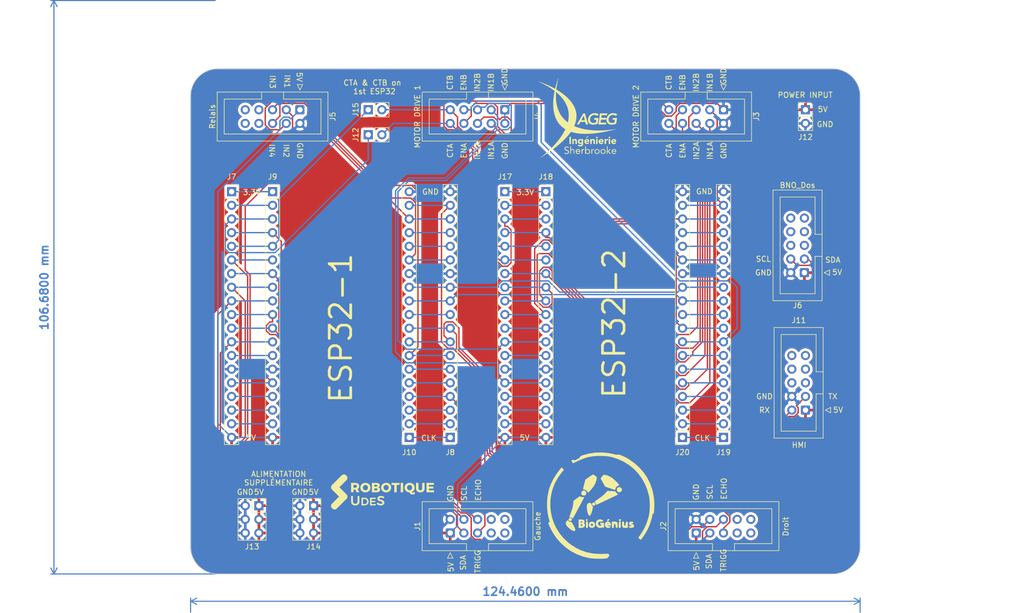
<source format=kicad_pcb>
(kicad_pcb (version 20221018) (generator pcbnew)
  (layers (0 "F.Cu" signal) (31 "B.Cu" signal) (34 "B.Paste" user) (35 "F.Paste" user) (36 "B.SilkS" user "B.Silkscreen") (37 "F.SilkS" user "F.Silkscreen") (38 "B.Mask" user) (39 "F.Mask" user) (44 "Edge.Cuts" user))
  (net 0 "")
  (net 9 "/GND")
  (net 10 "/G22")
  (net 11 "/G23")
  (net 12 "/G21")
  (net 29 "/5V")
  (net 30 "/G26")
  (net 31 "/G27")
  (net 32 "/G36")
  (net 33 "/G39")
  (net 34 "/G33")
  (net 35 "/G34")
  (net 36 "/G35")
  (net 37 "/G1")
  (net 38 "/G5")
  (net 39 "/G18")
  (net 40 "/G19")
  (net 41 "/G25")
  (net 42 "/G14")
  (net 43 "/3.3V")
  (net 44 "/EN")
  (net 45 "/G3")
  (net 46 "/G9")
  (net 47 "/G10")
  (net 48 "/G11")
  (net 49 "/G17")
  (net 50 "/G32")
  (net 51 "/G15")
  (net 52 "/G2")
  (net 53 "/G6")
  (net 54 "/G7")
  (net 55 "/G8")
  (net 56 "/G16")
  (net 57 "/3.3V_2")
  (net 58 "/EN_2")
  (net 59 "/G36_2")
  (net 60 "/G39_2")
  (net 61 "/G34_2")
  (net 62 "/G35_2")
  (net 63 "/G32_2")
  (net 64 "/G33_2")
  (net 65 "/G25_2")
  (net 66 "/G26_2")
  (net 67 "/G27_2")
  (net 68 "/G14_2")
  (net 69 "/A15_2")
  (net 70 "/G9_2")
  (net 71 "/G10_2")
  (net 72 "/G11_2")
  (net 73 "/G6_2")
  (net 74 "/G7_2")
  (net 75 "/G8_2")
  (net 76 "/G15_2")
  (net 77 "/G2_2")
  (net 78 "/G16_2")
  (net 79 "/G17_2")
  (net 80 "/G5_2")
  (net 81 "/G21_2")
  (net 82 "/G3_2")
  (net 83 "/G1_2")
  (net 84 "/G22_2")
  (net 85 "/G23_2")
  (net 86 "/G13_2")
  (net 87 "/G4")
  (net 88 "/G13")
  (net 89 "/G12")
  (net 90 "/G0")
  (net 91 "/G4_2")
  (net 92 "/G0_2")
  (footprint "Connector_IDC:IDC-Header_2x05_P2.54mm_Vertical" (layer "F.Cu") (at 139.7 86.36 -90)
    (fp_text reference "J4")
    (fp_text value "MOTOR DRIVE 1")
  )
  (footprint "Connector_IDC:IDC-Header_2x05_P2.54mm_Vertical" (layer "F.Cu") (at 195.378235 116.668627 180)
    (fp_text reference "J6")
    (fp_text value "BNO_Dos")
  )
  (footprint "Connector_IDC:IDC-Header_2x05_P2.54mm_Vertical" (layer "F.Cu") (at 195.58 142.24 180)
    (fp_text reference "J11")
    (fp_text value "HMI")
  )
  (footprint "Connector_PinSocket_2.54mm:PinSocket_1x19_P2.54mm_Vertical" (layer "F.Cu") (at 139.7 101.6)
    (fp_text reference "J17")
    (fp_text value "Conn_01x19")
  )
  (footprint "Connector_IDC:IDC-Header_2x05_P2.54mm_Vertical" (layer "F.Cu") (at 175.26 165.1 90)
    (fp_text reference "J2")
    (fp_text value "Droit")
  )
  (footprint "LOGO" (layer "F.Cu") (at 116.84 157.48)
    (fp_text reference "G***" hide)
    (fp_text value "LOGO" hide)
  )
  (footprint "Connector_PinSocket_2.54mm:PinSocket_1x19_P2.54mm_Vertical" (layer "F.Cu") (at 180.34 147.32 180)
    (fp_text reference "J19")
    (fp_text value "Conn_01x19")
  )
  (footprint "Connector_PinHeader_2.54mm:PinHeader_1x02_P2.54mm_Vertical" (layer "F.Cu") (at 195.58 86.36)
    (fp_text reference "J12")
    (fp_text value "Conn_01x02")
  )
  (footprint "Connector_IDC:IDC-Header_2x05_P2.54mm_Vertical" (layer "F.Cu") (at 101.6 86.36 -90)
    (fp_text reference "J5")
    (fp_text value "Relais")
  )
  (footprint "Connector_IDC:IDC-Header_2x05_P2.54mm_Vertical" (layer "F.Cu") (at 129.54 165.1 90)
    (fp_text reference "J1")
    (fp_text value "Gauche")
  )
  (footprint "Connector_PinHeader_2.54mm:PinHeader_1x02_P2.54mm_Vertical" (layer "F.Cu") (at 114.3 86.36 90)
    (fp_text reference "J15")
    (fp_text value "Conn_01x02")
  )
  (footprint "Connector_PinSocket_2.54mm:PinSocket_1x19_P2.54mm_Vertical" (layer "F.Cu") (at 96.52 101.6)
    (fp_text reference "J9")
    (fp_text value "Conn_01x19")
  )
  (footprint "Connector_PinHeader_2.54mm:PinHeader_1x02_P2.54mm_Vertical" (layer "F.Cu") (at 114.3 91.01 90)
    (fp_text reference "J12")
    (fp_text value "Conn_01x02")
  )
  (footprint "Connector_IDC:IDC-Header_2x05_P2.54mm_Vertical" (layer "F.Cu") (at 180.34 86.36 -90)
    (fp_text reference "J3")
    (fp_text value "MOTOR DRIVE 2")
  )
  (footprint "LOGO" (layer "F.Cu") (at 157.48 160.02)
    (fp_text reference "G***" hide)
    (fp_text value "LOGO" hide)
  )
  (footprint "Connector_PinSocket_2.54mm:PinSocket_1x19_P2.54mm_Vertical" (layer "F.Cu") (at 88.9 101.6)
    (fp_text reference "J7")
    (fp_text value "Conn_01x19" hide)
  )
  (footprint "Connector_PinSocket_2.54mm:PinSocket_1x19_P2.54mm_Vertical" (layer "F.Cu") (at 129.54 147.32 180)
    (fp_text reference "J8")
    (fp_text value "Conn_01x19")
  )
  (footprint "Connector_PinSocket_2.54mm:PinSocket_1x19_P2.54mm_Vertical" (layer "F.Cu") (at 172.72 147.32 180)
    (fp_text reference "J20")
    (fp_text value "Conn_01x19")
  )
  (footprint "Connector_PinSocket_2.54mm:PinSocket_2x03_P2.54mm_Vertical" (layer "F.Cu") (at 104.14 160.02)
    (fp_text reference "J14")
    (fp_text value "Conn_02x03_Counter_Clockwise")
  )
  (footprint "LOGO" (layer "F.Cu") (at 153.155008 87.864956)
    (fp_text reference "G***" hide)
    (fp_text value "LOGO" hide)
  )
  (footprint "Connector_PinSocket_2.54mm:PinSocket_1x19_P2.54mm_Vertical" (layer "F.Cu") (at 147.32 101.6)
    (fp_text reference "J18")
    (fp_text value "Conn_01x19")
  )
  (footprint "Connector_PinSocket_2.54mm:PinSocket_1x19_P2.54mm_Vertical" (layer "F.Cu") (at 121.92 147.32 180)
    (fp_text reference "J10")
    (fp_text value "Conn_01x19")
  )
  (footprint "Connector_PinSocket_2.54mm:PinSocket_2x03_P2.54mm_Vertical" (layer "F.Cu") (at 93.98 160.02)
    (fp_text reference "J13")
    (fp_text value "Conn_02x03_Counter_Clockwise" hide)
  )
  (gr_line (start 205.74 83.82) (end 205.74 167.64) (stroke (width 0.1)) (layer "Edge.Cuts"))
  (gr_line (start 200.66 78.74) (end 86.36 78.74) (stroke (width 0.1)) (layer "Edge.Cuts"))
  (gr_line (start 81.28 83.82) (end 81.28 167.64) (stroke (width 0.1)) (layer "Edge.Cuts"))
  (gr_arc (start 81.28 83.82) (mid 82.767898 80.227898) (end 86.36 78.74) (stroke (width 0.1)) (layer "Edge.Cuts"))
  (gr_line (start 86.36 172.72) (end 200.66 172.719999) (stroke (width 0.1)) (layer "Edge.Cuts"))
  (gr_arc (start 205.74 167.64) (mid 204.252103 171.232102) (end 200.660001 172.719999) (stroke (width 0.1)) (layer "Edge.Cuts"))
  (gr_arc (start 200.66 78.74) (mid 204.252102 80.227898) (end 205.74 83.82) (stroke (width 0.1)) (layer "Edge.Cuts"))
  (gr_arc (start 86.36 172.72) (mid 82.767898 171.232102) (end 81.28 167.64) (stroke (width 0.1)) (layer "Edge.Cuts"))
  (gr_text "CTB" (at 129.502643 81.28 90) (layer "F.SilkS") (effects (font (size 1 1))))
  (gr_text "3.3V\n" (at 92.637927 101.724941) (layer "F.SilkS") (effects (font (size 1 1))))
  (gr_text "5V\n" (at 92.512986 147.374451) (layer "F.SilkS") (effects (font (size 1 1))))
  (gr_text "GND" (at 101.6 93.98 -90) (layer "F.SilkS") (effects (font (size 1 1))))
  (gr_text "IN2A" (at 175.297357 93.98 90) (layer "F.SilkS") (effects (font (size 1 1))))
  (gr_text "5V\n" (at 129.659032 171.440396 90) (layer "F.SilkS") (effects (font (size 1 1))))
  (gr_text "IN2B" (at 134.582643 81.28 90) (layer "F.SilkS") (effects (font (size 1 1))))
  (gr_text "GND\n" (at 125.862576 101.6242) (layer "F.SilkS") (effects (font (size 1 1))))
  (gr_text "ESP32-1" (at 109.22 127 90) (layer "F.SilkS") (effects (font (size 4 4) (thickness 0.5))))
  (gr_text "TX\n" (at 200.66 139.7) (layer "F.SilkS") (effects (font (size 1 1))))
  (gr_text "SCL" (at 132.117356 157.729882 90) (layer "F.SilkS") (effects (font (size 1 1))))
  (gr_text "POWER INPUT" (at 195.534704 83.617687) (layer "F.SilkS") (effects (font (size 1 1))))
  (gr_text "GND" (at 139.7 93.98 90) (layer "F.SilkS") (effects (font (size 1 1))))
  (gr_text "IN1A" (at 137.16 93.98 90) (layer "F.SilkS") (effects (font (size 1 1))))
  (gr_text "5V\n" (at 201.468749 116.586951) (layer "F.SilkS") (effects (font (size 1 1))))
  (gr_text "GND" (at 180.377357 93.98 90) (layer "F.SilkS") (effects (font (size 1 1))))
  (gr_text "IN2" (at 99.06 93.98 270) (layer "F.SilkS") (effects (font (size 1 1))))
  (gr_text "GND" (at 91.44 157.48) (layer "F.SilkS") (effects (font (size 1 1))))
  (gr_text "GND" (at 175.26 157.48 90) (layer "F.SilkS") (effects (font (size 1 1))))
  (gr_text "CTA\n" (at 129.54 93.98 90) (layer "F.SilkS") (effects (font (size 1 1))))
  (gr_text "IN4" (at 96.380704 93.97198 270) (layer "F.SilkS") (effects (font (size 1 1))))
  (gr_text "GND" (at 139.662643 80.11204 90) (layer "F.SilkS") (effects (font (size 1 1))))
  (gr_text "GND" (at 199.221124 89.070459) (layer "F.SilkS") (effects (font (size 1 1))))
  (gr_text "IN1B" (at 177.8 81.28 90) (layer "F.SilkS") (effects (font (size 1 1))))
  (gr_text "ENB" (at 172.72 81.28 90) (layer "F.SilkS") (effects (font (size 1 1))))
  (gr_text "ENA\n" (at 172.757357 93.98 90) (layer "F.SilkS") (effects (font (size 1 1))))
  (gr_text "IN2A" (at 134.62 93.98 90) (layer "F.SilkS") (effects (font (size 1 1))))
  (gr_text "ENA\n" (at 132.08 93.98 90) (layer "F.SilkS") (effects (font (size 1 1))))
  (gr_text "ECHO\n" (at 180.432863 156.842624 90) (layer "F.SilkS") (effects (font (size 1 1))))
  (gr_text "ECHO\n" (at 134.750219 157.092506 90) (layer "F.SilkS") (effects (font (size 1 1))))
  (gr_text "RX" (at 187.96 142.24) (layer "F.SilkS") (effects (font (size 1 1))))
  (gr_text "CTA & CTB on \n1st ESP32\n" (at 115.451494 82.144884) (layer "F.SilkS") (effects (font (size 1 1))))
  (gr_text "GND" (at 187.758235 116.668627) (layer "F.SilkS") (effects (font (size 1 1))))
  (gr_text "5V\n" (at 101.518324 80.269486 -90) (layer "F.SilkS") (effects (font (size 1 1))))
  (gr_text "TRIGG\n" (at 180.34 170.18 90) (layer "F.SilkS") (effects (font (size 1 1))))
  (gr_text "CTB" (at 170.18 81.28 90) (layer "F.SilkS") (effects (font (size 1 1))))
  (gr_text "3.3V\n" (at 143.487626 101.719704) (layer "F.SilkS") (effects (font (size 1 1))))
  (gr_text "SDA" (at 177.628627 170.381765 90) (layer "F.SilkS") (effects (font (size 1 1))))
  (gr_text "ALIMENTATION\nSUPPLÉMENTAIRE" (at 97.649684 154.94) (layer "F.SilkS") (effects (font (size 1 1))))
  (gr_text "SCL\n" (at 187.758235 114.128627) (layer "F.SilkS") (effects (font (size 1 1))))
  (gr_text "IN3" (at 96.516832 81.148724 270) (layer "F.SilkS") (effects (font (size 1 1))))
  (gr_text "SCL" (at 177.8 157.48 90) (layer "F.SilkS") (effects (font (size 1 1))))
  (gr_text "IN1B" (at 137.122643 81.28 90) (layer "F.SilkS") (effects (font (size 1 1))))
  (gr_text "SDA" (at 131.945983 170.631647 90) (layer "F.SilkS") (effects (font (size 1 1))))
  (gr_text "GND" (at 180.34 80.11204 90) (layer "F.SilkS") (effects (font (size 1 1))))
  (gr_text "ESP32-2\n" (at 160.02 126.133604 90) (layer "F.SilkS") (effects (font (size 4 4) (thickness 0.5))))
  (gr_text "GND\n" (at 176.783577 101.562643) (layer "F.SilkS") (effects (font (size 1 1))))
  (gr_text "TRIGG\n" (at 134.657356 170.429882 90) (layer "F.SilkS") (effects (font (size 1 1))))
  (gr_text "5V\n" (at 201.648141 142.204756) (layer "F.SilkS") (effects (font (size 1 1))))
  (gr_text "IN1" (at 99.231373 81.078235 270) (layer "F.SilkS") (effects (font (size 1 1))))
  (gr_text "IN1A" (at 177.837357 93.98 90) (layer "F.SilkS") (effects (font (size 1 1))))
  (gr_text "5V\n" (at 198.790853 86.285519) (layer "F.SilkS") (effects (font (size 1 1))))
  (gr_text "CLK\n" (at 125.567175 147.432069) (layer "F.SilkS") (effects (font (size 1 1))))
  (gr_text "SDA\n" (at 200.66 114.3) (layer "F.SilkS") (effects (font (size 1 1))))
  (gr_text "5V\n" (at 93.98 157.48) (layer "F.SilkS") (effects (font (size 1 1))))
  (gr_text "IN2B" (at 175.26 81.28 90) (layer "F.SilkS") (effects (font (size 1 1))))
  (gr_text "CTA\n" (at 170.217357 93.98 90) (layer "F.SilkS") (effects (font (size 1 1))))
  (gr_text "5V\n" (at 104.14 157.48) (layer "F.SilkS") (effects (font (size 1 1))))
  (gr_text "GND" (at 129.577356 157.729882 90) (layer "F.SilkS") (effects (font (size 1 1))))
  (gr_text "5V\n" (at 143.362685 147.369214) (layer "F.SilkS") (effects (font (size 1 1))))
  (gr_text "GND" (at 101.6 157.48) (layer "F.SilkS") (effects (font (size 1 1))))
  (gr_text "ENB" (at 132.042643 81.28 90) (layer "F.SilkS") (effects (font (size 1 1))))
  (gr_text "CLK\n" (at 176.416874 147.426832) (layer "F.SilkS") (effects (font (size 1 1))))
  (gr_text "5V\n" (at 175.341676 171.190514 90) (layer "F.SilkS") (effects (font (size 1 1))))
  (gr_text "GND" (at 187.96 139.7) (layer "F.SilkS") (effects (font (size 1 1))))
  (dimension (type aligned) (layer "B.Cu") (pts (xy 86.36 172.72) (xy 86.36 66.04)) (height -30.48) (gr_text "106,6800 mm" (at 54.08 119.38 90) (layer "B.Cu") (effects (font (size 1.5 1.5) (thickness 0.3)))) (format (prefix "") (suffix "") (units 3) (units_format 1) (precision 4)) (style (thickness 0.2) (arrow_length 1.27) (text_position_mode 0) (extension_height 0.58642) (extension_offset 0.5) keep_text_aligned))
  (dimension (type aligned) (layer "B.Cu") (pts (xy 120.17 149.12) (xy 98.27 149.1)) (height 2.143261) (gr_text "21,9000 mm" (at 108.43 149.56965 -0.05232489825) (layer "B.Cu") (effects (font (size 1.5 1.5) (thickness 0.3)))) (format (prefix "") (suffix "") (units 3) (units_format 1) (precision 4)) (style (thickness 0.2) (arrow_length 1.27) (text_position_mode 2) (extension_height 0.58642) (extension_offset 0.5) keep_text_aligned))
  (dimension (type aligned) (layer "B.Cu") (pts (xy 81.28 180.34) (xy 205.74 180.34)) (height -2.54) (gr_text "124,4600 mm" (at 143.51 176) (layer "B.Cu") (effects (font (size 1.5 1.5) (thickness 0.3)))) (format (prefix "") (suffix "") (units 3) (units_format 1) (precision 4)) (style (thickness 0.2) (arrow_length 1.27) (text_position_mode 0) (extension_height 0.58642) (extension_offset 0.5) keep_text_aligned))
  (dimension (type aligned) (layer "B.Cu") (pts (xy 170.997351 147.871813) (xy 149.097351 147.851813)) (height 2.143261) (gr_text "21,9000 mm" (at 159.257351 148.321463 -0.05232489825) (layer "B.Cu") (effects (font (size 1.5 1.5) (thickness 0.3)))) (format (prefix "") (suffix "") (units 3) (units_format 1) (precision 4)) (style (thickness 0.2) (arrow_length 1.27) (text_position_mode 2) (extension_height 0.58642) (extension_offset 0.5) keep_text_aligned))
  (segment (start 171.545 86.656701) (end 171.545 85.873299) (width 0.25) (layer "F.Cu") (net 9))
  (segment (start 172.233299 85.185) (end 179.165 85.185) (width 0.25) (layer "F.Cu") (net 9))
  (segment (start 169.693299 87.535) (end 170.666701 87.535) (width 0.25) (layer "F.Cu") (net 9))
  (segment (start 179.165 85.185) (end 180.34 86.36) (width 0.25) (layer "F.Cu") (net 9))
  (segment (start 140.875 85.185) (end 167.343299 85.185) (width 0.25) (layer "F.Cu") (net 9))
  (segment (start 171.545 85.873299) (end 172.233299 85.185) (width 0.25) (layer "F.Cu") (net 9))
  (segment (start 167.343299 85.185) (end 169.693299 87.535) (width 0.25) (layer "F.Cu") (net 9))
  (segment (start 139.7 86.36) (end 140.875 85.185) (width 0.25) (layer "F.Cu") (net 9))
  (segment (start 170.666701 87.535) (end 171.545 86.656701) (width 0.25) (layer "F.Cu") (net 9))
  (segment (start 139.7 86.36) (end 139.7 88.9) (width 0.25) (layer "B.Cu") (net 9))
  (segment (start 88.9 134.62) (end 96.52 134.62) (width 0.25) (layer "B.Cu") (net 9))
  (segment (start 172.72 116.84) (end 180.34 116.84) (width 0.25) (layer "B.Cu") (net 9))
  (segment (start 172.72 101.6) (end 180.34 101.6) (width 0.25) (layer "B.Cu") (net 9))
  (segment (start 121.92 116.84) (end 129.54 116.84) (width 0.25) (layer "B.Cu") (net 9))
  (segment (start 139.7 134.62) (end 147.32 134.62) (width 0.25) (layer "B.Cu") (net 9))
  (segment (start 121.92 101.6) (end 129.54 101.6) (width 0.25) (layer "B.Cu") (net 9))
  (segment (start 104.14 88.976827) (end 104.216827 88.976827) (width 0.25) (layer "F.Cu") (net 10))
  (segment (start 98.145 85.185) (end 102.438173 85.185) (width 0.25) (layer "F.Cu") (net 10))
  (segment (start 104.216827 88.976827) (end 121.92 106.68) (width 0.25) (layer "F.Cu") (net 10))
  (segment (start 104.14 86.886827) (end 104.14 88.976827) (width 0.25) (layer "F.Cu") (net 10))
  (segment (start 97.885 87.535) (end 97.885 85.445) (width 0.25) (layer "F.Cu") (net 10))
  (segment (start 97.885 85.445) (end 98.145 85.185) (width 0.25) (layer "F.Cu") (net 10))
  (segment (start 102.438173 85.185) (end 104.14 86.886827) (width 0.25) (layer "F.Cu") (net 10))
  (segment (start 96.52 88.9) (end 97.885 87.535) (width 0.25) (layer "F.Cu") (net 10))
  (segment (start 129.54 106.68) (end 121.92 106.68) (width 0.25) (layer "B.Cu") (net 10))
  (segment (start 130.026701 130.715) (end 136.435 137.123299) (width 0.25) (layer "F.Cu") (net 11))
  (segment (start 181.515 163.046701) (end 180.34 164.221701) (width 0.25) (layer "F.Cu") (net 11))
  (segment (start 136.435 137.123299) (end 136.435 150.407792) (width 0.25) (layer "F.Cu") (net 11))
  (segment (start 129.54 104.14) (end 127.915 105.765) (width 0.25) (layer "F.Cu") (net 11))
  (segment (start 180.34 164.221701) (end 180.34 165.1) (width 0.25) (layer "F.Cu") (net 11))
  (segment (start 181.515 162.073299) (end 181.515 163.046701) (width 0.25) (layer "F.Cu") (net 11))
  (segment (start 136.435 150.407792) (end 139.327208 153.3) (width 0.25) (layer "F.Cu") (net 11))
  (segment (start 129.053299 130.715) (end 130.026701 130.715) (width 0.25) (layer "F.Cu") (net 11))
  (segment (start 139.327208 153.3) (end 172.741701 153.3) (width 0.25) (layer "F.Cu") (net 11))
  (segment (start 172.741701 153.3) (end 181.515 162.073299) (width 0.25) (layer "F.Cu") (net 11))
  (segment (start 127.915 105.765) (end 127.915 129.576701) (width 0.25) (layer "F.Cu") (net 11))
  (segment (start 127.915 129.576701) (end 129.053299 130.715) (width 0.25) (layer "F.Cu") (net 11))
  (segment (start 121.92 104.14) (end 129.54 104.14) (width 0.25) (layer "B.Cu") (net 11))
  (segment (start 102.624569 84.735) (end 104.59 86.700431) (width 0.25) (layer "F.Cu") (net 12))
  (segment (start 104.59 86.700431) (end 104.59 88.713604) (width 0.25) (layer "F.Cu") (net 12))
  (segment (start 118.651396 102.775) (end 122.216701 102.775) (width 0.25) (layer "F.Cu") (net 12))
  (segment (start 96.52 86.173604) (end 97.958604 84.735) (width 0.25) (layer "F.Cu") (net 12))
  (segment (start 104.59 88.713604) (end 118.651396 102.775) (width 0.25) (layer "F.Cu") (net 12))
  (segment (start 97.958604 84.735) (end 102.624569 84.735) (width 0.25) (layer "F.Cu") (net 12))
  (segment (start 123.095 113.125) (end 121.92 114.3) (width 0.25) (layer "F.Cu") (net 12))
  (segment (start 123.095 103.653299) (end 123.095 113.125) (width 0.25) (layer "F.Cu") (net 12))
  (segment (start 96.52 86.36) (end 96.52 86.173604) (width 0.25) (layer "F.Cu") (net 12))
  (segment (start 122.216701 102.775) (end 123.095 103.653299) (width 0.25) (layer "F.Cu") (net 12))
  (segment (start 129.54 114.3) (end 121.92 114.3) (width 0.25) (layer "B.Cu") (net 12))
  (segment (start 97.885 90.075) (end 86.36 101.6) (width 0.25) (layer "B.Cu") (net 29))
  (segment (start 101.6 86.36) (end 99.89085 88.06915) (width 0.25) (layer "B.Cu") (net 29))
  (segment (start 97.885 88.413299) (end 97.885 90.075) (width 0.25) (layer "B.Cu") (net 29))
  (segment (start 98.573299 87.725) (end 97.885 88.413299) (width 0.25) (layer "B.Cu") (net 29))
  (segment (start 86.36 144.78) (end 88.9 147.32) (width 0.25) (layer "B.Cu") (net 29))
  (segment (start 99.546701 87.725) (end 98.573299 87.725) (width 0.25) (layer "B.Cu") (net 29))
  (segment (start 147.32 147.32) (end 139.7 147.32) (width 0.25) (layer "B.Cu") (net 29))
  (segment (start 88.9 147.32) (end 96.52 147.32) (width 0.25) (layer "B.Cu") (net 29))
  (segment (start 130.905 156.115) (end 139.7 147.32) (width 0.25) (layer "B.Cu") (net 29))
  (segment (start 86.36 101.6) (end 86.36 144.78) (width 0.25) (layer "B.Cu") (net 29))
  (segment (start 129.54 165.1) (end 130.905 163.735) (width 0.25) (layer "B.Cu") (net 29))
  (segment (start 99.89085 88.06915) (end 99.546701 87.725) (width 0.25) (layer "B.Cu") (net 29))
  (segment (start 130.905 163.735) (end 130.905 156.115) (width 0.25) (layer "B.Cu") (net 29))
  (segment (start 95.345 126.513299) (end 96.033299 125.825) (width 0.25) (layer "F.Cu") (net 30))
  (segment (start 96.52 125.825) (end 96.52 124.46) (width 0.25) (layer "F.Cu") (net 30))
  (segment (start 96.033299 128.175) (end 95.345 127.486701) (width 0.25) (layer "F.Cu") (net 30))
  (segment (start 130.715 161.831396) (end 97.032652 128.149048) (width 0.25) (layer "F.Cu") (net 30))
  (segment (start 95.345 127.486701) (end 95.345 126.513299) (width 0.25) (layer "F.Cu") (net 30))
  (segment (start 132.08 165.1) (end 130.715 163.735) (width 0.25) (layer "F.Cu") (net 30))
  (segment (start 130.715 163.735) (end 130.715 161.831396) (width 0.25) (layer "F.Cu") (net 30))
  (segment (start 97.006701 128.175) (end 96.033299 128.175) (width 0.25) (layer "F.Cu") (net 30))
  (segment (start 97.032652 128.149048) (end 97.006701 128.175) (width 0.25) (layer "F.Cu") (net 30))
  (segment (start 96.033299 125.825) (end 96.52 125.825) (width 0.25) (layer "F.Cu") (net 30))
  (segment (start 88.9 124.46) (end 96.52 124.46) (width 0.25) (layer "B.Cu") (net 30))
  (segment (start 132.08 162.56) (end 96.52 127) (width 0.25) (layer "F.Cu") (net 31))
  (segment (start 88.9 127) (end 96.52 127) (width 0.25) (layer "B.Cu") (net 31))
  (segment (start 114.3 91.01) (end 114.3 95.641701) (width 0.25) (layer "B.Cu") (net 32))
  (segment (start 97.006701 112.935) (end 88.413299 112.935) (width 0.25) (layer "B.Cu") (net 32))
  (segment (start 87.725 107.855) (end 88.9 106.68) (width 0.25) (layer "B.Cu") (net 32))
  (segment (start 87.725 112.246701) (end 87.725 107.855) (width 0.25) (layer "B.Cu") (net 32))
  (segment (start 88.9 106.68) (end 96.52 106.68) (width 0.25) (layer "B.Cu") (net 32))
  (segment (start 114.3 95.641701) (end 97.006701 112.935) (width 0.25) (layer "B.Cu") (net 32))
  (segment (start 88.413299 112.935) (end 87.725 112.246701) (width 0.25) (layer "B.Cu") (net 32))
  (segment (start 134.62 162.56) (end 133.895 162.56) (width 0.25) (layer "F.Cu") (net 33))
  (segment (start 133.895 162.076903) (end 132.753097 160.935) (width 0.25) (layer "F.Cu") (net 33))
  (segment (start 133.895 162.56) (end 133.895 162.076903) (width 0.25) (layer "F.Cu") (net 33))
  (segment (start 131.727792 160.935) (end 98.145 127.352208) (width 0.25) (layer "F.Cu") (net 33))
  (segment (start 98.145 127.352208) (end 98.145 110.845) (width 0.25) (layer "F.Cu") (net 33))
  (segment (start 98.145 110.845) (end 96.52 109.22) (width 0.25) (layer "F.Cu") (net 33))
  (segment (start 132.753097 160.935) (end 131.727792 160.935) (width 0.25) (layer "F.Cu") (net 33))
  (segment (start 88.9 109.22) (end 96.52 109.22) (width 0.25) (layer "B.Cu") (net 33))
  (segment (start 177.8 165.1) (end 176.885 166.015) (width 0.25) (layer "F.Cu") (net 34))
  (segment (start 176.885 166.651396) (end 174.256396 169.28) (width 0.25) (layer "F.Cu") (net 34))
  (segment (start 91.44 121.92) (end 88.9 119.38) (width 0.25) (layer "F.Cu") (net 34))
  (segment (start 174.256396 169.28) (end 91.44 169.28) (width 0.25) (layer "F.Cu") (net 34))
  (segment (start 91.44 147.32) (end 91.44 121.92) (width 0.25) (layer "F.Cu") (net 34))
  (segment (start 91.44 169.28) (end 87.26 165.1) (width 0.25) (layer "F.Cu") (net 34))
  (segment (start 176.885 166.015) (end 176.885 166.651396) (width 0.25) (layer "F.Cu") (net 34))
  (segment (start 87.26 151.5) (end 91.44 147.32) (width 0.25) (layer "F.Cu") (net 34))
  (segment (start 87.26 165.1) (end 87.26 151.5) (width 0.25) (layer "F.Cu") (net 34))
  (segment (start 88.9 119.38) (end 96.52 119.38) (width 0.25) (layer "B.Cu") (net 34))
  (segment (start 114.3 86.36) (end 97.695 102.965) (width 0.25) (layer "B.Cu") (net 35))
  (segment (start 88.9 111.76) (end 96.52 111.76) (width 0.25) (layer "B.Cu") (net 35))
  (segment (start 97.695 102.965) (end 97.695 110.585) (width 0.25) (layer "B.Cu") (net 35))
  (segment (start 97.695 110.585) (end 96.52 111.76) (width 0.25) (layer "B.Cu") (net 35))
  (segment (start 91.89 117.29) (end 88.9 114.3) (width 0.25) (layer "F.Cu") (net 36))
  (segment (start 87.71 151.686396) (end 91.89 147.506396) (width 0.25) (layer "F.Cu") (net 36))
  (segment (start 176.435 166.465) (end 174.07 168.83) (width 0.25) (layer "F.Cu") (net 36))
  (segment (start 177.313299 163.925) (end 176.435 164.803299) (width 0.25) (layer "F.Cu") (net 36))
  (segment (start 176.435 164.803299) (end 176.435 166.465) (width 0.25) (layer "F.Cu") (net 36))
  (segment (start 91.89 147.506396) (end 91.89 117.29) (width 0.25) (layer "F.Cu") (net 36))
  (segment (start 178.975 163.925) (end 177.313299 163.925) (width 0.25) (layer "F.Cu") (net 36))
  (segment (start 180.34 162.56) (end 178.975 163.925) (width 0.25) (layer "F.Cu") (net 36))
  (segment (start 91.626396 168.83) (end 87.71 164.913604) (width 0.25) (layer "F.Cu") (net 36))
  (segment (start 87.71 164.913604) (end 87.71 151.686396) (width 0.25) (layer "F.Cu") (net 36))
  (segment (start 174.07 168.83) (end 91.626396 168.83) (width 0.25) (layer "F.Cu") (net 36))
  (segment (start 88.9 114.3) (end 96.52 114.3) (width 0.25) (layer "B.Cu") (net 36))
  (segment (start 129.54 109.22) (end 121.92 109.22) (width 0.25) (layer "B.Cu") (net 37))
  (segment (start 121.92 124.46) (end 129.54 124.46) (width 0.25) (layer "B.Cu") (net 38))
  (segment (start 171.545 120.745) (end 172.72 121.92) (width 0.25) (layer "B.Cu") (net 39))
  (segment (start 129.54 121.92) (end 130.715 120.745) (width 0.25) (layer "B.Cu") (net 39))
  (segment (start 130.715 120.745) (end 171.545 120.745) (width 0.25) (layer "B.Cu") (net 39))
  (segment (start 180.34 121.92) (end 172.72 121.92) (width 0.25) (layer "B.Cu") (net 39))
  (segment (start 121.92 121.92) (end 129.54 121.92) (width 0.25) (layer "B.Cu") (net 39))
  (segment (start 149.896701 120.295) (end 171.731396 120.295) (width 0.25) (layer "B.Cu") (net 40))
  (segment (start 129.54 119.38) (end 138.525 119.38) (width 0.25) (layer "B.Cu") (net 40))
  (segment (start 139.213299 118.205) (end 147.806701 118.205) (width 0.25) (layer "B.Cu") (net 40))
  (segment (start 121.92 119.38) (end 129.54 119.38) (width 0.25) (layer "B.Cu") (net 40))
  (segment (start 171.731396 120.295) (end 171.768198 120.331802) (width 0.25) (layer "B.Cu") (net 40))
  (segment (start 172.72 119.38) (end 180.34 119.38) (width 0.25) (layer "B.Cu") (net 40))
  (segment (start 138.525 119.38) (end 138.525 118.893299) (width 0.25) (layer "B.Cu") (net 40))
  (segment (start 138.525 118.893299) (end 139.213299 118.205) (width 0.25) (layer "B.Cu") (net 40))
  (segment (start 147.806701 118.205) (end 149.896701 120.295) (width 0.25) (layer "B.Cu") (net 40))
  (segment (start 171.768198 120.331802) (end 172.72 119.38) (width 0.25) (layer "B.Cu") (net 40))
  (segment (start 193.676396 170.18) (end 90.803604 170.18) (width 0.25) (layer "F.Cu") (net 41))
  (segment (start 86.36 124.46) (end 88.9 121.92) (width 0.25) (layer "F.Cu") (net 41))
  (segment (start 200.66 163.196396) (end 193.676396 170.18) (width 0.25) (layer "F.Cu") (net 41))
  (segment (start 200.66 118.743604) (end 200.66 163.196396) (width 0.25) (layer "F.Cu") (net 41))
  (segment (start 86.36 165.736396) (end 86.36 124.46) (width 0.25) (layer "F.Cu") (net 41))
  (segment (start 90.803604 170.18) (end 86.36 165.736396) (width 0.25) (layer "F.Cu") (net 41))
  (segment (start 196.045023 114.128627) (end 200.66 118.743604) (width 0.25) (layer "F.Cu") (net 41))
  (segment (start 195.378235 114.128627) (end 196.045023 114.128627) (width 0.25) (layer "F.Cu") (net 41))
  (segment (start 88.9 121.92) (end 96.52 121.92) (width 0.25) (layer "B.Cu") (net 41))
  (segment (start 194.013235 115.303627) (end 196.583627 115.303627) (width 0.25) (layer "F.Cu") (net 42))
  (segment (start 192.838235 114.128627) (end 194.013235 115.303627) (width 0.25) (layer "F.Cu") (net 42))
  (segment (start 86.81 165.55) (end 86.81 131.63) (width 0.25) (layer "F.Cu") (net 42))
  (segment (start 193.49 169.73) (end 90.99 169.73) (width 0.25) (layer "F.Cu") (net 42))
  (segment (start 200.21 118.93) (end 200.21 163.01) (width 0.25) (layer "F.Cu") (net 42))
  (segment (start 86.81 131.63) (end 88.9 129.54) (width 0.25) (layer "F.Cu") (net 42))
  (segment (start 196.583627 115.303627) (end 200.21 118.93) (width 0.25) (layer "F.Cu") (net 42))
  (segment (start 200.21 163.01) (end 193.49 169.73) (width 0.25) (layer "F.Cu") (net 42))
  (segment (start 90.99 169.73) (end 86.81 165.55) (width 0.25) (layer "F.Cu") (net 42))
  (segment (start 88.9 129.54) (end 96.52 129.54) (width 0.25) (layer "B.Cu") (net 42))
  (segment (start 88.9 101.6) (end 96.52 101.6) (width 0.25) (layer "B.Cu") (net 43))
  (segment (start 88.9 104.14) (end 96.52 104.14) (width 0.25) (layer "B.Cu") (net 44))
  (segment (start 121.92 111.76) (end 129.54 111.76) (width 0.25) (layer "B.Cu") (net 45))
  (segment (start 88.9 139.7) (end 96.52 139.7) (width 0.25) (layer "B.Cu") (net 46))
  (segment (start 96.52 142.24) (end 88.9 142.24) (width 0.25) (layer "B.Cu") (net 47))
  (segment (start 88.9 144.78) (end 96.52 144.78) (width 0.25) (layer "B.Cu") (net 48))
  (segment (start 194.215 141.753299) (end 194.215 142.726701) (width 0.25) (layer "F.Cu") (net 49))
  (segment (start 193.526701 143.415) (end 192.501396 143.415) (width 0.25) (layer "F.Cu") (net 49))
  (segment (start 194.215 142.726701) (end 193.526701 143.415) (width 0.25) (layer "F.Cu") (net 49))
  (segment (start 183.066396 152.85) (end 139.513604 152.85) (width 0.25) (layer "F.Cu") (net 49))
  (segment (start 193.87085 141.40915) (end 194.215 141.753299) (width 0.25) (layer "F.Cu") (net 49))
  (segment (start 139.513604 152.85) (end 136.885 150.221396) (width 0.25) (layer "F.Cu") (net 49))
  (segment (start 136.885 150.221396) (end 136.885 136.885) (width 0.25) (layer "F.Cu") (net 49))
  (segment (start 195.58 139.7) (end 193.87085 141.40915) (width 0.25) (layer "F.Cu") (net 49))
  (segment (start 130.715 130.715) (end 130.715 128.175) (width 0.25) (layer "F.Cu") (net 49))
  (segment (start 136.885 136.885) (end 130.715 130.715) (width 0.25) (layer "F.Cu") (net 49))
  (segment (start 192.501396 143.415) (end 183.066396 152.85) (width 0.25) (layer "F.Cu") (net 49))
  (segment (start 130.715 128.175) (end 129.54 127) (width 0.25) (layer "F.Cu") (net 49))
  (segment (start 121.92 127) (end 129.54 127) (width 0.25) (layer "B.Cu") (net 49))
  (segment (start 97.695 127.538604) (end 97.695 118.015) (width 0.25) (layer "F.Cu") (net 50))
  (segment (start 137.16 168.328299) (end 135.106701 166.275) (width 0.25) (layer "F.Cu") (net 50))
  (segment (start 176.266586 164.093414) (end 176.098173 163.925) (width 0.25) (layer "F.Cu") (net 50))
  (segment (start 131.541396 161.385) (end 97.695 127.538604) (width 0.25) (layer "F.Cu") (net 50))
  (segment (start 137.16 168.38) (end 137.16 168.328299) (width 0.25) (layer "F.Cu") (net 50))
  (segment (start 169.966827 168.38) (end 137.16 168.38) (width 0.25) (layer "F.Cu") (net 50))
  (segment (start 174.421827 163.925) (end 169.966827 168.38) (width 0.25) (layer "F.Cu") (net 50))
  (segment (start 97.695 118.015) (end 96.52 116.84) (width 0.25) (layer "F.Cu") (net 50))
  (segment (start 133.445 162.263299) (end 132.566701 161.385) (width 0.25) (layer "F.Cu") (net 50))
  (segment (start 177.8 162.56) (end 176.266586 164.093414) (width 0.25) (layer "F.Cu") (net 50))
  (segment (start 132.566701 161.385) (end 131.541396 161.385) (width 0.25) (layer "F.Cu") (net 50))
  (segment (start 134.133299 166.275) (end 133.445 165.586701) (width 0.25) (layer "F.Cu") (net 50))
  (segment (start 135.106701 166.275) (end 134.133299 166.275) (width 0.25) (layer "F.Cu") (net 50))
  (segment (start 133.445 165.586701) (end 133.445 162.263299) (width 0.25) (layer "F.Cu") (net 50))
  (segment (start 176.098173 163.925) (end 174.421827 163.925) (width 0.25) (layer "F.Cu") (net 50))
  (segment (start 88.9 116.84) (end 96.52 116.84) (width 0.25) (layer "B.Cu") (net 50))
  (segment (start 135.985 163.735) (end 135.985 146.145) (width 0.25) (layer "F.Cu") (net 51))
  (segment (start 134.62 165.1) (end 135.985 163.735) (width 0.25) (layer "F.Cu") (net 51))
  (segment (start 135.985 146.145) (end 129.54 139.7) (width 0.25) (layer "F.Cu") (net 51))
  (segment (start 129.54 139.7) (end 121.92 139.7) (width 0.25) (layer "B.Cu") (net 51))
  (segment (start 121.92 137.16) (end 129.54 137.16) (width 0.25) (layer "B.Cu") (net 52))
  (segment (start 121.92 147.32) (end 129.54 147.32) (width 0.25) (layer "B.Cu") (net 53))
  (segment (start 129.54 144.78) (end 121.92 144.78) (width 0.25) (layer "B.Cu") (net 54))
  (segment (start 121.92 142.24) (end 129.54 142.24) (width 0.25) (layer "B.Cu") (net 55))
  (segment (start 131.165 126.963299) (end 130.026701 125.825) (width 0.25) (layer "F.Cu") (net 56))
  (segment (start 137.335 150.035) (end 137.335 136.698604) (width 0.25) (layer "F.Cu") (net 56))
  (segment (start 128.365 126.271396) (end 128.365 128.365) (width 0.25) (layer "F.Cu") (net 56))
  (segment (start 139.7 152.4) (end 137.335 150.035) (width 0.25) (layer "F.Cu") (net 56))
  (segment (start 131.165 130.528604) (end 131.165 126.963299) (width 0.25) (layer "F.Cu") (net 56))
  (segment (start 130.026701 125.825) (end 128.811396 125.825) (width 0.25) (layer "F.Cu") (net 56))
  (segment (start 128.811396 125.825) (end 128.365 126.271396) (width 0.25) (layer "F.Cu") (net 56))
  (segment (start 182.88 152.4) (end 139.7 152.4) (width 0.25) (layer "F.Cu") (net 56))
  (segment (start 128.365 128.365) (end 129.54 129.54) (width 0.25) (layer "F.Cu") (net 56))
  (segment (start 193.04 142.24) (end 182.88 152.4) (width 0.25) (layer "F.Cu") (net 56))
  (segment (start 137.335 136.698604) (end 131.165 130.528604) (width 0.25) (layer "F.Cu") (net 56))
  (segment (start 129.54 129.54) (end 121.92 129.54) (width 0.25) (layer "B.Cu") (net 56))
  (segment (start 139.7 101.6) (end 147.32 101.6) (width 0.25) (layer "B.Cu") (net 57))
  (segment (start 139.7 104.14) (end 147.32 104.14) (width 0.25) (layer "B.Cu") (net 58))
  (segment (start 170.18 86.36) (end 168.555 84.735) (width 0.25) (layer "F.Cu") (net 59))
  (segment (start 139.213299 115.475) (end 140.186701 115.475) (width 0.25) (layer "F.Cu") (net 59))
  (segment (start 130.078604 90.075) (end 133.72 93.716396) (width 0.25) (layer "F.Cu") (net 59))
  (segment (start 133.72 93.716396) (end 133.72 109.981701) (width 0.25) (layer "F.Cu") (net 59))
  (segment (start 140.186701 115.475) (end 140.875 114.786701) (width 0.25) (layer "F.Cu") (net 59))
  (segment (start 168.555 84.735) (end 128.625 84.735) (width 0.25) (layer "F.Cu") (net 59))
  (segment (start 140.875 108.733299) (end 140.186701 108.045) (width 0.25) (layer "F.Cu") (net 59))
  (segment (start 129.053299 90.075) (end 130.078604 90.075) (width 0.25) (layer "F.Cu") (net 59))
  (segment (start 128.625 84.735) (end 128.365 84.995) (width 0.25) (layer "F.Cu") (net 59))
  (segment (start 139.7 108.045) (end 139.7 106.68) (width 0.25) (layer "F.Cu") (net 59))
  (segment (start 128.365 89.386701) (end 129.053299 90.075) (width 0.25) (layer "F.Cu") (net 59))
  (segment (start 140.875 114.786701) (end 140.875 108.733299) (width 0.25) (layer "F.Cu") (net 59))
  (segment (start 128.365 84.995) (end 128.365 89.386701) (width 0.25) (layer "F.Cu") (net 59))
  (segment (start 133.72 109.981701) (end 139.213299 115.475) (width 0.25) (layer "F.Cu") (net 59))
  (segment (start 140.186701 108.045) (end 139.7 108.045) (width 0.25) (layer "F.Cu") (net 59))
  (segment (start 147.32 106.68) (end 139.7 106.68) (width 0.25) (layer "B.Cu") (net 59))
  (segment (start 174.043604 128.175) (end 161.83698 128.175) (width 0.25) (layer "F.Cu") (net 60))
  (segment (start 175.55 126.668604) (end 174.043604 128.175) (width 0.25) (layer "F.Cu") (net 60))
  (segment (start 149.845 116.819416) (end 149.845 111.986903) (width 0.25) (layer "F.Cu") (net 60))
  (segment (start 147.32 110.135) (end 147.32 109.22) (width 0.25) (layer "F.Cu") (net 60))
  (segment (start 149.845 111.986903) (end 147.993097 110.135) (width 0.25) (layer "F.Cu") (net 60))
  (segment (start 147.993097 110.135) (end 147.32 110.135) (width 0.25) (layer "F.Cu") (net 60))
  (segment (start 175.55 95.352792) (end 175.55 126.668604) (width 0.25) (layer "F.Cu") (net 60))
  (segment (start 170.18 88.9) (end 171.095 89.815) (width 0.25) (layer "F.Cu") (net 60))
  (segment (start 157.775584 124.75) (end 149.845 116.819416) (width 0.25) (layer "F.Cu") (net 60))
  (segment (start 171.095 90.897792) (end 175.55 95.352792) (width 0.25) (layer "F.Cu") (net 60))
  (segment (start 171.095 89.815) (end 171.095 90.897792) (width 0.25) (layer "F.Cu") (net 60))
  (segment (start 158.41198 124.75) (end 157.775584 124.75) (width 0.25) (layer "F.Cu") (net 60))
  (segment (start 161.83698 128.175) (end 158.41198 124.75) (width 0.25) (layer "F.Cu") (net 60))
  (segment (start 139.7 109.22) (end 147.32 109.22) (width 0.25) (layer "B.Cu") (net 60))
  (segment (start 134.62 109.608909) (end 136.771091 111.76) (width 0.25) (layer "F.Cu") (net 61))
  (segment (start 129.54 86.36) (end 130.905 87.725) (width 0.25) (layer "F.Cu") (net 61))
  (segment (start 130.905 89.386701) (end 134.62 93.101701) (width 0.25) (layer "F.Cu") (net 61))
  (segment (start 130.905 87.725) (end 130.905 89.386701) (width 0.25) (layer "F.Cu") (net 61))
  (segment (start 134.62 93.101701) (end 134.62 109.608909) (width 0.25) (layer "F.Cu") (net 61))
  (segment (start 136.771091 111.76) (end 139.7 111.76) (width 0.25) (layer "F.Cu") (net 61))
  (segment (start 129.54 86.36) (end 116.84 86.36) (width 0.25) (layer "B.Cu") (net 61))
  (segment (start 147.32 111.76) (end 139.7 111.76) (width 0.25) (layer "B.Cu") (net 61))
  (segment (start 134.17 93.53) (end 134.17 109.795305) (width 0.25) (layer "F.Cu") (net 62))
  (segment (start 134.17 109.795305) (end 138.674695 114.3) (width 0.25) (layer "F.Cu") (net 62))
  (segment (start 129.54 88.9) (end 134.17 93.53) (width 0.25) (layer "F.Cu") (net 62))
  (segment (start 138.674695 114.3) (end 139.7 114.3) (width 0.25) (layer "F.Cu") (net 62))
  (segment (start 139.7 114.3) (end 147.32 114.3) (width 0.25) (layer "B.Cu") (net 62))
  (segment (start 129.54 88.9) (end 118.95 88.9) (width 0.25) (layer "B.Cu") (net 62))
  (segment (start 118.95 88.9) (end 116.84 91.01) (width 0.25) (layer "B.Cu") (net 62))
  (segment (start 169.357208 129.99) (end 161.106396 129.99) (width 0.25) (layer "F.Cu") (net 63))
  (segment (start 177.35 134.62) (end 174.81 137.16) (width 0.25) (layer "F.Cu") (net 63))
  (segment (start 177.35 90.99) (end 177.35 134.62) (width 0.25) (layer "F.Cu") (net 63))
  (segment (start 173.206701 138.335) (end 172.233299 138.335) (width 0.25) (layer "F.Cu") (net 63))
  (segment (start 170.645 136.746701) (end 170.645 131.277792) (width 0.25) (layer "F.Cu") (net 63))
  (segment (start 172.233299 138.335) (end 170.645 136.746701) (width 0.25) (layer "F.Cu") (net 63))
  (segment (start 157.666396 126.55) (end 157.03 126.55) (width 0.25) (layer "F.Cu") (net 63))
  (segment (start 157.03 126.55) (end 147.32 116.84) (width 0.25) (layer "F.Cu") (net 63))
  (segment (start 175.26 88.9) (end 177.35 90.99) (width 0.25) (layer "F.Cu") (net 63))
  (segment (start 161.106396 129.99) (end 157.666396 126.55) (width 0.25) (layer "F.Cu") (net 63))
  (segment (start 174.81 137.16) (end 173.895 137.16) (width 0.25) (layer "F.Cu") (net 63))
  (segment (start 173.895 137.16) (end 173.895 137.646701) (width 0.25) (layer "F.Cu") (net 63))
  (segment (start 173.895 137.646701) (end 173.206701 138.335) (width 0.25) (layer "F.Cu") (net 63))
  (segment (start 170.645 131.277792) (end 169.357208 129.99) (width 0.25) (layer "F.Cu") (net 63))
  (segment (start 147.32 116.84) (end 139.7 116.84) (width 0.25) (layer "B.Cu") (net 63))
  (segment (start 145.695 121.956701) (end 146.833299 123.095) (width 0.25) (layer "F.Cu") (net 64))
  (segment (start 172.72 88.9) (end 172.72 91.25) (width 0.25) (layer "F.Cu") (net 64))
  (segment (start 145.955 113.125) (end 145.695 113.385) (width 0.25) (layer "F.Cu") (net 64))
  (segment (start 147.806701 123.095) (end 148.495 122.406701) (width 0.25) (layer "F.Cu") (net 64))
  (segment (start 171.545 132.566701) (end 171.545 130.905) (width 0.25) (layer "F.Cu") (net 64))
  (segment (start 171.545 130.905) (end 169.715 129.075) (width 0.25) (layer "F.Cu") (net 64))
  (segment (start 161.464188 129.075) (end 158.039188 125.65) (width 0.25) (layer "F.Cu") (net 64))
  (segment (start 148.495 122.406701) (end 148.495 120.555) (width 0.25) (layer "F.Cu") (net 64))
  (segment (start 169.715 129.075) (end 161.464188 129.075) (width 0.25) (layer "F.Cu") (net 64))
  (segment (start 174.635 131.355) (end 174.635 131.826701) (width 0.25) (layer "F.Cu") (net 64))
  (segment (start 172.72 91.25) (end 176.45 94.98) (width 0.25) (layer "F.Cu") (net 64))
  (segment (start 148.945 117.192208) (end 148.945 114.263299) (width 0.25) (layer "F.Cu") (net 64))
  (segment (start 157.402792 125.65) (end 148.945 117.192208) (width 0.25) (layer "F.Cu") (net 64))
  (segment (start 174.635 131.826701) (end 173.206701 133.255) (width 0.25) (layer "F.Cu") (net 64))
  (segment (start 148.945 114.263299) (end 147.806701 113.125) (width 0.25) (layer "F.Cu") (net 64))
  (segment (start 146.833299 123.095) (end 147.806701 123.095) (width 0.25) (layer "F.Cu") (net 64))
  (segment (start 176.45 94.98) (end 176.45 129.54) (width 0.25) (layer "F.Cu") (net 64))
  (segment (start 172.233299 133.255) (end 171.545 132.566701) (width 0.25) (layer "F.Cu") (net 64))
  (segment (start 145.695 113.385) (end 145.695 121.956701) (width 0.25) (layer "F.Cu") (net 64))
  (segment (start 176.45 129.54) (end 174.635 131.355) (width 0.25) (layer "F.Cu") (net 64))
  (segment (start 147.806701 113.125) (end 145.955 113.125) (width 0.25) (layer "F.Cu") (net 64))
  (segment (start 148.495 120.555) (end 147.32 119.38) (width 0.25) (layer "F.Cu") (net 64))
  (segment (start 173.206701 133.255) (end 172.233299 133.255) (width 0.25) (layer "F.Cu") (net 64))
  (segment (start 158.039188 125.65) (end 157.402792 125.65) (width 0.25) (layer "F.Cu") (net 64))
  (segment (start 139.7 119.38) (end 147.32 119.38) (width 0.25) (layer "B.Cu") (net 64))
  (segment (start 171.095 131.091396) (end 169.543604 129.54) (width 0.25) (layer "F.Cu") (net 65))
  (segment (start 174.36 134.62) (end 174.36 134.641701) (width 0.25) (layer "F.Cu") (net 65))
  (segment (start 157.852792 126.1) (end 157.216396 126.1) (width 0.25) (layer "F.Cu") (net 65))
  (segment (start 176.9 132.08) (end 174.36 134.62) (width 0.25) (layer "F.Cu") (net 65))
  (segment (start 175.26 86.36) (end 173.895 87.725) (width 0.25) (layer "F.Cu") (net 65))
  (segment (start 171.095 134.656701) (end 171.095 131.091396) (width 0.25) (layer "F.Cu") (net 65))
  (segment (start 146.145 120.745) (end 147.32 121.92) (width 0.25) (layer "F.Cu") (net 65))
  (segment (start 176.9 93.98) (end 176.9 132.08) (width 0.25) (layer "F.Cu") (net 65))
  (segment (start 161.292792 129.54) (end 157.852792 126.1) (width 0.25) (layer "F.Cu") (net 65))
  (segment (start 148.495 116.353299) (end 147.806701 115.665) (width 0.25) (layer "F.Cu") (net 65))
  (segment (start 172.233299 135.795) (end 171.095 134.656701) (width 0.25) (layer "F.Cu") (net 65))
  (segment (start 169.543604 129.54) (end 161.292792 129.54) (width 0.25) (layer "F.Cu") (net 65))
  (segment (start 174.36 134.641701) (end 173.206701 135.795) (width 0.25) (layer "F.Cu") (net 65))
  (segment (start 173.895 90.975) (end 176.9 93.98) (width 0.25) (layer "F.Cu") (net 65))
  (segment (start 173.895 87.725) (end 173.895 90.975) (width 0.25) (layer "F.Cu") (net 65))
  (segment (start 147.806701 115.665) (end 146.833299 115.665) (width 0.25) (layer "F.Cu") (net 65))
  (segment (start 148.495 117.378604) (end 148.495 116.353299) (width 0.25) (layer "F.Cu") (net 65))
  (segment (start 146.145 116.353299) (end 146.145 120.745) (width 0.25) (layer "F.Cu") (net 65))
  (segment (start 157.216396 126.1) (end 148.495 117.378604) (width 0.25) (layer "F.Cu") (net 65))
  (segment (start 173.206701 135.795) (end 172.233299 135.795) (width 0.25) (layer "F.Cu") (net 65))
  (segment (start 146.833299 115.665) (end 146.145 116.353299) (width 0.25) (layer "F.Cu") (net 65))
  (segment (start 147.32 121.92) (end 139.7 121.92) (width 0.25) (layer "B.Cu") (net 65))
  (segment (start 171.545 87.535) (end 171.545 90.711396) (width 0.25) (layer "F.Cu") (net 66))
  (segment (start 176 95.166396) (end 176 129.353604) (width 0.25) (layer "F.Cu") (net 66))
  (segment (start 149.395 112.173299) (end 147.806701 110.585) (width 0.25) (layer "F.Cu") (net 66))
  (segment (start 172.233299 130.715) (end 170.143299 128.625) (width 0.25) (layer "F.Cu") (net 66))
  (segment (start 158.225584 125.2) (end 157.589188 125.2) (width 0.25) (layer "F.Cu") (net 66))
  (segment (start 149.395 117.005812) (end 149.395 112.173299) (width 0.25) (layer "F.Cu") (net 66))
  (segment (start 145.245 112.173299) (end 145.245 122.385) (width 0.25) (layer "F.Cu") (net 66))
  (segment (start 176 129.353604) (end 174.638604 130.715) (width 0.25) (layer "F.Cu") (net 66))
  (segment (start 170.143299 128.625) (end 161.650584 128.625) (width 0.25) (layer "F.Cu") (net 66))
  (segment (start 174.638604 130.715) (end 172.233299 130.715) (width 0.25) (layer "F.Cu") (net 66))
  (segment (start 147.806701 110.585) (end 146.833299 110.585) (width 0.25) (layer "F.Cu") (net 66))
  (segment (start 146.833299 110.585) (end 145.245 112.173299) (width 0.25) (layer "F.Cu") (net 66))
  (segment (start 161.650584 128.625) (end 158.225584 125.2) (width 0.25) (layer "F.Cu") (net 66))
  (segment (start 157.589188 125.2) (end 149.395 117.005812) (width 0.25) (layer "F.Cu") (net 66))
  (segment (start 171.545 90.711396) (end 176 95.166396) (width 0.25) (layer "F.Cu") (net 66))
  (segment (start 172.72 86.36) (end 171.545 87.535) (width 0.25) (layer "F.Cu") (net 66))
  (segment (start 145.245 122.385) (end 147.32 124.46) (width 0.25) (layer "F.Cu") (net 66))
  (segment (start 139.7 124.46) (end 147.32 124.46) (width 0.25) (layer "B.Cu") (net 66))
  (segment (start 177.8 88.9) (end 177.8 137.16) (width 0.25) (layer "F.Cu") (net 67))
  (segment (start 177.8 137.16) (end 174.085 140.875) (width 0.25) (layer "F.Cu") (net 67))
  (segment (start 160.92 130.44) (end 157.48 127) (width 0.25) (layer "F.Cu") (net 67))
  (segment (start 169.170812 130.44) (end 160.92 130.44) (width 0.25) (layer "F.Cu") (net 67))
  (segment (start 172.233299 140.875) (end 170.195 138.836701) (width 0.25) (layer "F.Cu") (net 67))
  (segment (start 157.48 127) (end 147.32 127) (width 0.25) (layer "F.Cu") (net 67))
  (segment (start 170.195 138.836701) (end 170.195 131.464188) (width 0.25) (layer "F.Cu") (net 67))
  (segment (start 174.085 140.875) (end 172.233299 140.875) (width 0.25) (layer "F.Cu") (net 67))
  (segment (start 170.195 131.464188) (end 169.170812 130.44) (width 0.25) (layer "F.Cu") (net 67))
  (segment (start 147.32 127) (end 139.7 127) (width 0.25) (layer "B.Cu") (net 67))
  (segment (start 135.985 85.873299) (end 136.673299 85.185) (width 0.25) (layer "B.Cu") (net 68))
  (segment (start 128.848097 99.51) (end 121.92 99.51) (width 0.25) (layer "B.Cu") (net 68))
  (segment (start 119.83 101.6) (end 119.83 129.301701) (width 0.25) (layer "B.Cu") (net 68))
  (segment (start 134.62 86.36) (end 135.106701 85.873299) (width 0.25) (layer "B.Cu") (net 68))
  (segment (start 140.538173 85.185) (end 140.875 85.521827) (width 0.25) (layer "B.Cu") (net 68))
  (segment (start 140.186701 90.075) (end 138.283097 90.075) (width 0.25) (layer "B.Cu") (net 68))
  (segment (start 140.875 89.386701) (end 140.186701 90.075) (width 0.25) (layer "B.Cu") (net 68))
  (segment (start 136.673299 85.185) (end 140.538173 85.185) (width 0.25) (layer "B.Cu") (net 68))
  (segment (start 135.106701 85.873299) (end 135.985 85.873299) (width 0.25) (layer "B.Cu") (net 68))
  (segment (start 119.83 129.301701) (end 121.433299 130.905) (width 0.25) (layer "B.Cu") (net 68))
  (segment (start 140.875 85.521827) (end 140.875 89.386701) (width 0.25) (layer "B.Cu") (net 68))
  (segment (start 121.433299 130.905) (end 138.335 130.905) (width 0.25) (layer "B.Cu") (net 68))
  (segment (start 121.92 99.51) (end 119.83 101.6) (width 0.25) (layer "B.Cu") (net 68))
  (segment (start 147.32 129.54) (end 139.7 129.54) (width 0.25) (layer "B.Cu") (net 68))
  (segment (start 138.335 130.905) (end 139.7 129.54) (width 0.25) (layer "B.Cu") (net 68))
  (segment (start 138.283097 90.075) (end 128.848097 99.51) (width 0.25) (layer "B.Cu") (net 68))
  (segment (start 139.7 132.08) (end 147.32 132.08) (width 0.25) (layer "B.Cu") (net 69))
  (segment (start 139.7 139.7) (end 147.32 139.7) (width 0.25) (layer "B.Cu") (net 70))
  (segment (start 147.32 142.24) (end 139.7 142.24) (width 0.25) (layer "B.Cu") (net 71))
  (segment (start 139.7 144.78) (end 147.32 144.78) (width 0.25) (layer "B.Cu") (net 72))
  (segment (start 180.34 147.32) (end 172.72 147.32) (width 0.25) (layer "B.Cu") (net 73))
  (segment (start 172.72 144.78) (end 180.34 144.78) (width 0.25) (layer "B.Cu") (net 74))
  (segment (start 180.34 142.24) (end 172.72 142.24) (width 0.25) (layer "B.Cu") (net 75))
  (segment (start 172.72 139.7) (end 180.34 139.7) (width 0.25) (layer "B.Cu") (net 76))
  (segment (start 180.34 137.16) (end 172.72 137.16) (width 0.25) (layer "B.Cu") (net 77))
  (segment (start 132.08 86.36) (end 133.445 86.36) (width 0.25) (layer "B.Cu") (net 78))
  (segment (start 145.695 84.735) (end 146.453299 85.493299) (width 0.25) (layer "B.Cu") (net 78))
  (segment (start 172.233299 118.205) (end 181.705 118.205) (width 0.25) (layer "B.Cu") (net 78))
  (segment (start 146.453299 92.425) (end 172.233299 118.205) (width 0.25) (layer "B.Cu") (net 78))
  (segment (start 172.72 129.54) (end 180.34 129.54) (width 0.25) (layer "B.Cu") (net 78))
  (segment (start 182.88 127) (end 180.34 129.54) (width 0.25) (layer "B.Cu") (net 78))
  (segment (start 181.705 118.205) (end 182.88 119.38) (width 0.25) (layer "B.Cu") (net 78))
  (segment (start 146.453299 85.493299) (end 146.453299 92.425) (width 0.25) (layer "B.Cu") (net 78))
  (segment (start 134.583299 84.735) (end 145.695 84.735) (width 0.25) (layer "B.Cu") (net 78))
  (segment (start 182.88 119.38) (end 182.88 127) (width 0.25) (layer "B.Cu") (net 78))
  (segment (start 133.445 85.873299) (end 134.583299 84.735) (width 0.25) (layer "B.Cu") (net 78))
  (segment (start 133.445 86.36) (end 133.445 85.873299) (width 0.25) (layer "B.Cu") (net 78))
  (segment (start 169.993604 107.58) (end 170.18 107.766396) (width 0.25) (layer "F.Cu") (net 79))
  (segment (start 171.545 113.761396) (end 171.545 125.825) (width 0.25) (layer "F.Cu") (net 79))
  (segment (start 137.16 88.9) (end 137.885 88.9) (width 0.25) (layer "F.Cu") (net 79))
  (segment (start 171.545 125.825) (end 172.72 127) (width 0.25) (layer "F.Cu") (net 79))
  (segment (start 170.18 112.396396) (end 171.545 113.761396) (width 0.25) (layer "F.Cu") (net 79))
  (segment (start 137.885 89.625) (end 155.84 107.58) (width 0.25) (layer "F.Cu") (net 79))
  (segment (start 155.84 107.58) (end 169.993604 107.58) (width 0.25) (layer "F.Cu") (net 79))
  (segment (start 170.18 107.766396) (end 170.18 112.396396) (width 0.25) (layer "F.Cu") (net 79))
  (segment (start 137.885 88.9) (end 137.885 89.625) (width 0.25) (layer "F.Cu") (net 79))
  (segment (start 172.72 127) (end 180.34 127) (width 0.25) (layer "B.Cu") (net 79))
  (segment (start 180.34 124.46) (end 172.72 124.46) (width 0.25) (layer "B.Cu") (net 80))
  (segment (start 135.795 87.725) (end 137.646701 87.725) (width 0.25) (layer "F.Cu") (net 81))
  (segment (start 170.63 112.21) (end 172.72 114.3) (width 0.25) (layer "F.Cu") (net 81))
  (segment (start 134.62 88.9) (end 135.795 87.725) (width 0.25) (layer "F.Cu") (net 81))
  (segment (start 170.63 107.58) (end 170.63 112.21) (width 0.25) (layer "F.Cu") (net 81))
  (segment (start 138.335 89.438604) (end 156.026396 107.13) (width 0.25) (layer "F.Cu") (net 81))
  (segment (start 170.18 107.13) (end 170.63 107.58) (width 0.25) (layer "F.Cu") (net 81))
  (segment (start 138.335 88.413299) (end 138.335 89.438604) (width 0.25) (layer "F.Cu") (net 81))
  (segment (start 156.026396 107.13) (end 170.18 107.13) (width 0.25) (layer "F.Cu") (net 81))
  (segment (start 137.646701 87.725) (end 138.335 88.413299) (width 0.25) (layer "F.Cu") (net 81))
  (segment (start 180.34 114.3) (end 172.72 114.3) (width 0.25) (layer "B.Cu") (net 81))
  (segment (start 172.72 111.76) (end 180.34 111.76) (width 0.25) (layer "B.Cu") (net 82))
  (segment (start 180.34 109.22) (end 172.72 109.22) (width 0.25) (layer "B.Cu") (net 83))
  (segment (start 133.445 87.535) (end 133.445 85.873299) (width 0.25) (layer "F.Cu") (net 84))
  (segment (start 132.08 88.9) (end 133.445 87.535) (width 0.25) (layer "F.Cu") (net 84))
  (segment (start 138.335 85.873299) (end 138.335 87.776903) (width 0.25) (layer "F.Cu") (net 84))
  (segment (start 133.445 85.873299) (end 134.133299 85.185) (width 0.25) (layer "F.Cu") (net 84))
  (segment (start 138.748198 88.190101) (end 139.213299 87.725) (width 0.25) (layer "F.Cu") (net 84))
  (segment (start 156.212792 106.68) (end 172.72 106.68) (width 0.25) (layer "F.Cu") (net 84))
  (segment (start 140.875 88.413299) (end 140.875 91.342208) (width 0.25) (layer "F.Cu") (net 84))
  (segment (start 140.875 91.342208) (end 156.212792 106.68) (width 0.25) (layer "F.Cu") (net 84))
  (segment (start 140.186701 87.725) (end 140.875 88.413299) (width 0.25) (layer "F.Cu") (net 84))
  (segment (start 134.133299 85.185) (end 137.646701 85.185) (width 0.25) (layer "F.Cu") (net 84))
  (segment (start 139.213299 87.725) (end 140.186701 87.725) (width 0.25) (layer "F.Cu") (net 84))
  (segment (start 138.335 87.776903) (end 138.748198 88.190101) (width 0.25) (layer "F.Cu") (net 84))
  (segment (start 137.646701 85.185) (end 138.335 85.873299) (width 0.25) (layer "F.Cu") (net 84))
  (segment (start 172.72 106.68) (end 180.34 106.68) (width 0.25) (layer "B.Cu") (net 84))
  (segment (start 177.8 86.36) (end 179.165 87.725) (width 0.25) (layer "F.Cu") (net 85))
  (segment (start 179.165 102.965) (end 180.34 104.14) (width 0.25) (layer "F.Cu") (net 85))
  (segment (start 179.165 87.725) (end 179.165 102.965) (width 0.25) (layer "F.Cu") (net 85))
  (segment (start 180.34 104.14) (end 172.72 104.14) (width 0.25) (layer "B.Cu") (net 85))
  (segment (start 137.16 86.36) (end 136.471701 86.36) (width 0.25) (layer "F.Cu") (net 86))
  (segment (start 147.32 137.16) (end 139.7 137.16) (width 0.25) (layer "B.Cu") (net 86))
  (segment (start 119.38 131.391701) (end 121.433299 133.445) (width 0.25) (layer "B.Cu") (net 86))
  (segment (start 119.38 101.413604) (end 119.38 131.391701) (width 0.25) (layer "B.Cu") (net 86))
  (segment (start 128.661701 99.06) (end 121.733604 99.06) (width 0.25) (layer "B.Cu") (net 86))
  (segment (start 137.16 86.36) (end 138.335 87.535) (width 0.25) (layer "B.Cu") (net 86))
  (segment (start 138.525 135.985) (end 139.7 137.16) (width 0.25) (layer "B.Cu") (net 86))
  (segment (start 121.733604 99.06) (end 119.38 101.413604) (width 0.25) (layer "B.Cu") (net 86))
  (segment (start 121.433299 133.445) (end 138.525 133.445) (width 0.25) (layer "B.Cu") (net 86))
  (segment (start 138.335 87.535) (end 138.335 89.386701) (width 0.25) (layer "B.Cu") (net 86))
  (segment (start 138.525 133.445) (end 138.525 135.985) (width 0.25) (layer "B.Cu") (net 86))
  (segment (start 138.335 89.386701) (end 128.661701 99.06) (width 0.25) (layer "B.Cu") (net 86))
  (segment (start 105.04 88.527208) (end 116.937792 100.425) (width 0.25) (layer "F.Cu") (net 87))
  (segment (start 97.885 90.075) (end 96.033299 90.075) (width 0.25) (layer "F.Cu") (net 87))
  (segment (start 95.155 89.196701) (end 95.155 86.063299) (width 0.25) (layer "F.Cu") (net 87))
  (segment (start 95.155 86.063299) (end 96.933299 84.285) (width 0.25) (layer "F.Cu") (net 87))
  (segment (start 123.545 101.563299) (end 123.545 130.455) (width 0.25) (layer "F.Cu") (net 87))
  (segment (start 96.033299 90.075) (end 95.155 89.196701) (width 0.25) (layer "F.Cu") (net 87))
  (segment (start 96.933299 84.285) (end 102.810965 84.285) (width 0.25) (layer "F.Cu") (net 87))
  (segment (start 116.937792 100.425) (end 122.406701 100.425) (width 0.25) (layer "F.Cu") (net 87))
  (segment (start 99.06 88.9) (end 97.885 90.075) (width 0.25) (layer "F.Cu") (net 87))
  (segment (start 123.545 130.455) (end 121.92 132.08) (width 0.25) (layer "F.Cu") (net 87))
  (segment (start 105.04 86.514035) (end 105.04 88.527208) (width 0.25) (layer "F.Cu") (net 87))
  (segment (start 102.810965 84.285) (end 105.04 86.514035) (width 0.25) (layer "F.Cu") (net 87))
  (segment (start 122.406701 100.425) (end 123.545 101.563299) (width 0.25) (layer "F.Cu") (net 87))
  (segment (start 121.92 132.08) (end 129.54 132.08) (width 0.25) (layer "B.Cu") (net 87))
  (segment (start 92.34 117.103604) (end 92.34 132.98) (width 0.25) (layer "F.Cu") (net 88))
  (segment (start 91.44 104.33) (end 91.44 116.203604) (width 0.25) (layer "F.Cu") (net 88))
  (segment (start 99.06 86.36) (end 100.235 87.535) (width 0.25) (layer "F.Cu") (net 88))
  (segment (start 100.235 87.535) (end 100.235 95.535) (width 0.25) (layer "F.Cu") (net 88))
  (segment (start 100.235 95.535) (end 91.44 104.33) (width 0.25) (layer "F.Cu") (net 88))
  (segment (start 92.34 132.98) (end 96.52 137.16) (width 0.25) (layer "F.Cu") (net 88))
  (segment (start 91.44 116.203604) (end 92.34 117.103604) (width 0.25) (layer "F.Cu") (net 88))
  (segment (start 96.52 137.16) (end 88.9 137.16) (width 0.25) (layer "B.Cu") (net 88))
  (segment (start 88.9 132.08) (end 96.52 132.08) (width 0.25) (layer "B.Cu") (net 89))
  (segment (start 129.54 134.62) (end 121.92 134.62) (width 0.25) (layer "B.Cu") (net 90))
  (segment (start 180.34 132.08) (end 172.72 132.08) (width 0.25) (layer "B.Cu") (net 91))
  (segment (start 172.72 134.62) (end 180.34 134.62) (width 0.25) (layer "B.Cu") (net 92))
  (zone (net 29) (net_name "/5V") (layer "F.Cu") (connect_pads (clearance 0.5)) (min_thickness 0.25) (fill yes (thermal_gap 0.5) (thermal_bridge_width 0.5))
    (polygon (pts (xy 71.12 76.2) (xy 226.06 76.2) (xy 226.06 172.72) (xy 73.66 172.72)))
  )
  (zone (net 9) (net_name "/GND") (layer "B.Cu") (priority 1) (connect_pads (clearance 0.5)) (min_thickness 0.25) (fill yes (thermal_gap 0.5) (thermal_bridge_width 0.5))
    (polygon (pts (xy 68.58 73.66) (xy 236.22 73.66) (xy 236.22 175.26) (xy 68.58 175.26)))
  )
)
</source>
